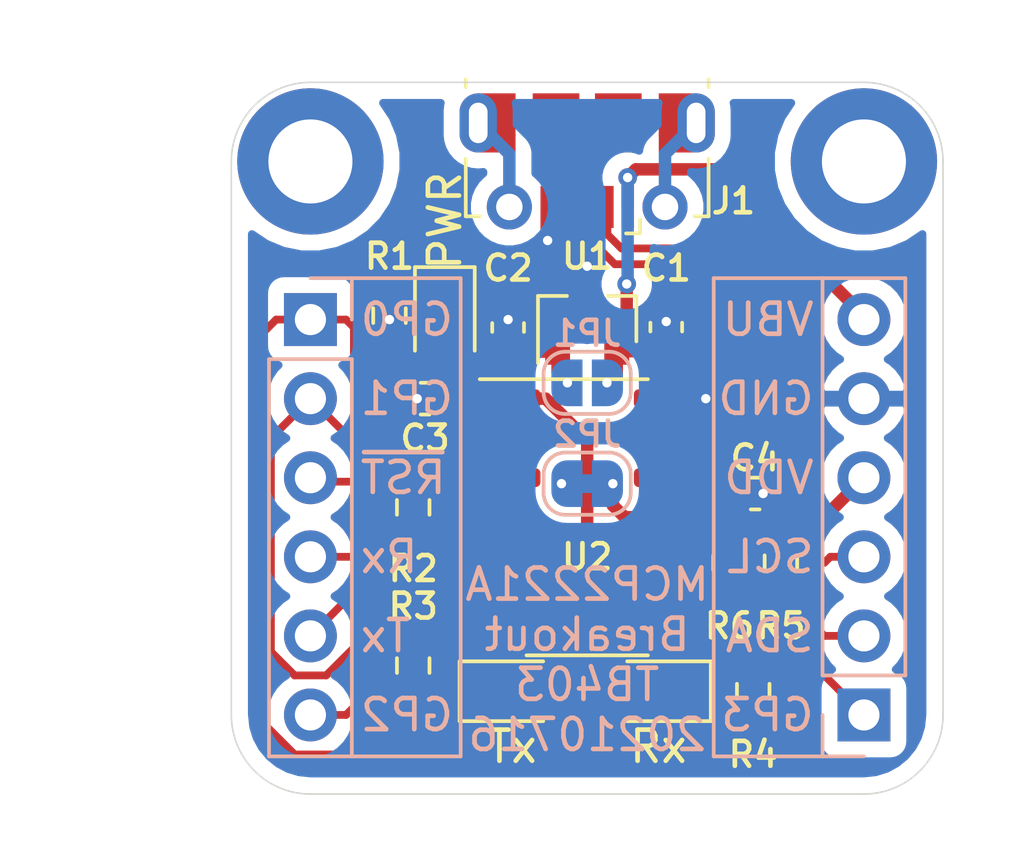
<source format=kicad_pcb>
(kicad_pcb (version 20211014) (generator pcbnew)
  (layers (0 "F.Cu" signal) (31 "B.Cu" signal) (34 "B.Paste" user) (35 "F.Paste" user) (36 "B.SilkS" user "B.Silkscreen") (37 "F.SilkS" user "F.Silkscreen") (38 "B.Mask" user) (39 "F.Mask" user) (44 "Edge.Cuts" user))
  (net 0 "")
  (net 1 "GND")
  (net 2 "VBUS")
  (net 3 "VDD")
  (net 4 "Net-(C4-Pad1)")
  (net 5 "Net-(D1-Pad1)")
  (net 6 "Net-(J1-Pad6)")
  (net 7 "/USB+")
  (net 8 "/USB-")
  (net 9 "/GP2")
  (net 10 "/Tx")
  (net 11 "/Rx")
  (net 12 "/~{RST}")
  (net 13 "/GP1")
  (net 14 "/GP0")
  (net 15 "/SCL")
  (net 16 "/SDA")
  (net 17 "/GP3")
  (net 18 "Net-(D2-Pad1)")
  (net 19 "Net-(D3-Pad1)")
  (footprint "Capacitor_SMD:C_0603_1608Metric" (layer "F.Cu") (at 110.49 51.041 90)
    (fp_text reference "C1" (at 1.892 0) (layer "F.SilkS") (effects (font (size 0.8 0.8))))
    (fp_text value "1u")
    (fp_line (start -0.14058 0.51) (end 0.14058 0.51) (layer "F.SilkS") (width 0.12))
    (fp_line (start -0.14058 -0.51) (end 0.14058 -0.51) (layer "F.SilkS") (width 0.12))
    (pad "1" smd roundrect locked (at -0.775 0 90) (size 0.9 0.95) (layers "F.Cu" "F.Paste" "F.Mask") (net 2 "VBUS"))
    (pad "2" smd roundrect locked (at 0.775 0 90) (size 0.9 0.95) (layers "F.Cu" "F.Paste" "F.Mask") (net 1 "GND"))
  )
  (footprint "Capacitor_SMD:C_0603_1608Metric" (layer "F.Cu") (at 105.41 51.054 90)
    (fp_text reference "C2" (at 1.905 0 180) (layer "F.SilkS") (effects (font (size 0.8 0.8))))
    (fp_text value "1u")
    (fp_line (start -0.14058 0.51) (end 0.14058 0.51) (layer "F.SilkS") (width 0.12))
    (fp_line (start -0.14058 -0.51) (end 0.14058 -0.51) (layer "F.SilkS") (width 0.12))
    (pad "1" smd roundrect locked (at -0.775 0 90) (size 0.9 0.95) (layers "F.Cu" "F.Paste" "F.Mask") (net 3 "VDD"))
    (pad "2" smd roundrect locked (at 0.775 0 90) (size 0.9 0.95) (layers "F.Cu" "F.Paste" "F.Mask") (net 1 "GND"))
  )
  (footprint "Capacitor_SMD:C_0603_1608Metric" (layer "F.Cu") (at 102.743 53.34 180)
    (fp_text reference "C3" (at 0 -1.27) (layer "F.SilkS") (effects (font (size 0.8 0.8))))
    (fp_text value "100n")
    (fp_line (start -0.14058 0.51) (end 0.14058 0.51) (layer "F.SilkS") (width 0.12))
    (fp_line (start -0.14058 -0.51) (end 0.14058 -0.51) (layer "F.SilkS") (width 0.12))
    (pad "1" smd roundrect locked (at -0.775 0 180) (size 0.9 0.95) (layers "F.Cu" "F.Paste" "F.Mask") (net 3 "VDD"))
    (pad "2" smd roundrect locked (at 0.775 0 180) (size 0.9 0.95) (layers "F.Cu" "F.Paste" "F.Mask") (net 1 "GND"))
  )
  (footprint "Capacitor_SMD:C_0603_1608Metric" (layer "F.Cu") (at 113.3475 56.388)
    (fp_text reference "C4" (at 0 -1.143) (layer "F.SilkS") (effects (font (size 0.8 0.8))))
    (fp_text value "NF")
    (fp_line (start -0.14058 -0.51) (end 0.14058 -0.51) (layer "F.SilkS") (width 0.12))
    (fp_line (start -0.14058 0.51) (end 0.14058 0.51) (layer "F.SilkS") (width 0.12))
    (pad "1" smd roundrect locked (at -0.775 0) (size 0.9 0.95) (layers "F.Cu" "F.Paste" "F.Mask") (net 4 "Net-(C4-Pad1)"))
    (pad "2" smd roundrect locked (at 0.775 0) (size 0.9 0.95) (layers "F.Cu" "F.Paste" "F.Mask") (net 1 "GND"))
  )
  (footprint "LED_SMD:LED_0805_2012Metric" (layer "F.Cu") (at 103.378 50.8 -90)
    (fp_text reference "D1" hide)
    (fp_text value "PWR" (at -3.175 0 -90) (layer "F.SilkS"))
    (fp_line (start -1.685 0.96) (end 1 0.96) (layer "F.SilkS") (width 0.12))
    (fp_line (start 1 -0.96) (end -1.685 -0.96) (layer "F.SilkS") (width 0.12))
    (fp_line (start -1.685 -0.96) (end -1.685 0.96) (layer "F.SilkS") (width 0.12))
    (pad "1" smd roundrect locked (at -0.9375 0 270) (size 0.975 1.4) (layers "F.Cu" "F.Paste" "F.Mask") (net 5 "Net-(D1-Pad1)"))
    (pad "2" smd roundrect locked (at 0.9375 0 270) (size 0.975 1.4) (layers "F.Cu" "F.Paste" "F.Mask") (net 3 "VDD"))
  )
  (footprint "Connector_USB:USB_Micro-B_Molex-105017-0001" (layer "F.Cu") (at 107.95 45.72 180)
    (fp_text reference "J1" (at -4.699 -1.27) (layer "F.SilkS") (effects (font (size 0.8 0.8))))
    (fp_text value "USB_B_Micro")
    (fp_line (start 3.9 2.6375) (end 3.9 2.3875) (layer "F.SilkS") (width 0.12))
    (fp_line (start -3.9 -1.7625) (end -3.45 -1.7625) (layer "F.SilkS") (width 0.12))
    (fp_line (start -3.9 2.6375) (end -3.9 2.3875) (layer "F.SilkS") (width 0.12))
    (fp_line (start 3.9 -1.7625) (end 3.45 -1.7625) (layer "F.SilkS") (width 0.12))
    (fp_line (start -3.9 0.0875) (end -3.9 -1.7625) (layer "F.SilkS") (width 0.12))
    (fp_line (start -1.7 -2.3125) (end -1.7 -1.8625) (layer "F.SilkS") (width 0.12))
    (fp_line (start -1.7 -2.3125) (end -1.25 -2.3125) (layer "F.SilkS") (width 0.12))
    (fp_line (start 3.9 0.0875) (end 3.9 -1.7625) (layer "F.SilkS") (width 0.12))
    (pad "1" smd rect locked (at -1.3 -1.4625 180) (size 0.4 1.35) (layers "F.Cu" "F.Paste" "F.Mask") (net 2 "VBUS"))
    (pad "2" smd rect locked (at -0.65 -1.4625 180) (size 0.4 1.35) (layers "F.Cu" "F.Paste" "F.Mask") (net 8 "/USB-"))
    (pad "3" smd rect locked (at 0 -1.4625 180) (size 0.4 1.35) (layers "F.Cu" "F.Paste" "F.Mask") (net 7 "/USB+"))
    (pad "4" smd rect locked (at 0.65 -1.4625 180) (size 0.4 1.35) (layers "F.Cu" "F.Paste" "F.Mask"))
    (pad "5" smd rect locked (at 1.3 -1.4625 180) (size 0.4 1.35) (layers "F.Cu" "F.Paste" "F.Mask") (net 1 "GND"))
    (pad "6" smd rect locked (at -2.9 1.2375 180) (size 1.2 1.9) (layers "F.Cu" "F.Mask") (net 6 "Net-(J1-Pad6)"))
    (pad "6" thru_hole circle locked (at -2.5 -1.4625 180) (size 1.45 1.45) (drill 0.85) (layers *.Cu *.Mask) (net 6 "Net-(J1-Pad6)"))
    (pad "6" smd rect locked (at -1 1.2375 180) (size 1.5 1.9) (layers "F.Cu" "F.Paste" "F.Mask") (net 6 "Net-(J1-Pad6)"))
    (pad "6" thru_hole oval locked (at -3.5 1.2375) (size 1.2 1.9) (drill oval 0.6 1.3) (layers *.Cu *.Mask) (net 6 "Net-(J1-Pad6)"))
    (pad "6" thru_hole circle locked (at 2.5 -1.4625 180) (size 1.45 1.45) (drill 0.85) (layers *.Cu *.Mask) (net 6 "Net-(J1-Pad6)"))
    (pad "6" thru_hole oval locked (at 3.5 1.2375 180) (size 1.2 1.9) (drill oval 0.6 1.3) (layers *.Cu *.Mask) (net 6 "Net-(J1-Pad6)"))
    (pad "6" smd rect locked (at 2.9 1.2375 180) (size 1.2 1.9) (layers "F.Cu" "F.Mask") (net 6 "Net-(J1-Pad6)"))
    (pad "6" smd rect locked (at 1 1.2375 180) (size 1.5 1.9) (layers "F.Cu" "F.Paste" "F.Mask") (net 6 "Net-(J1-Pad6)"))
  )
  (footprint "Resistor_SMD:R_0603_1608Metric" (layer "F.Cu") (at 101.6 50.673 90)
    (fp_text reference "R1" (at 1.905 0) (layer "F.SilkS") (effects (font (size 0.8 0.8))))
    (fp_text value "1k")
    (fp_line (start -0.237258 0.5225) (end 0.237258 0.5225) (layer "F.SilkS") (width 0.12))
    (fp_line (start -0.237258 -0.5225) (end 0.237258 -0.5225) (layer "F.SilkS") (width 0.12))
    (pad "1" smd roundrect locked (at -0.825 0 90) (size 0.8 0.95) (layers "F.Cu" "F.Paste" "F.Mask") (net 1 "GND"))
    (pad "2" smd roundrect locked (at 0.825 0 90) (size 0.8 0.95) (layers "F.Cu" "F.Paste" "F.Mask") (net 5 "Net-(D1-Pad1)"))
  )
  (footprint "Resistor_SMD:R_0603_1608Metric" (layer "F.Cu") (at 102.362 56.832 -90)
    (fp_text reference "R2" (at 1.969 0 180) (layer "F.SilkS") (effects (font (size 0.8 0.8))))
    (fp_text value "10k")
    (fp_line (start -0.237258 -0.5225) (end 0.237258 -0.5225) (layer "F.SilkS") (width 0.12))
    (fp_line (start -0.237258 0.5225) (end 0.237258 0.5225) (layer "F.SilkS") (width 0.12))
    (pad "1" smd roundrect locked (at -0.825 0 270) (size 0.8 0.95) (layers "F.Cu" "F.Paste" "F.Mask") (net 12 "/~{RST}"))
    (pad "2" smd roundrect locked (at 0.825 0 270) (size 0.8 0.95) (layers "F.Cu" "F.Paste" "F.Mask") (net 3 "VDD"))
  )
  (footprint "Resistor_SMD:R_0603_1608Metric" (layer "F.Cu") (at 102.362 61.913 -90)
    (fp_text reference "R3" (at -1.9055 0 180) (layer "F.SilkS") (effects (font (size 0.8 0.8))))
    (fp_text value "1k")
    (fp_line (start -0.237258 -0.5225) (end 0.237258 -0.5225) (layer "F.SilkS") (width 0.12))
    (fp_line (start -0.237258 0.5225) (end 0.237258 0.5225) (layer "F.SilkS") (width 0.12))
    (pad "1" smd roundrect locked (at -0.825 0 270) (size 0.8 0.95) (layers "F.Cu" "F.Paste" "F.Mask") (net 13 "/GP1"))
    (pad "2" smd roundrect locked (at 0.825 0 270) (size 0.8 0.95) (layers "F.Cu" "F.Paste" "F.Mask") (net 18 "Net-(D2-Pad1)"))
  )
  (footprint "Resistor_SMD:R_0603_1608Metric" (layer "F.Cu") (at 113.284 62.738 90)
    (fp_text reference "R4" (at -2.032 0 180) (layer "F.SilkS") (effects (font (size 0.8 0.8))))
    (fp_text value "1k")
    (fp_line (start -0.237258 -0.5225) (end 0.237258 -0.5225) (layer "F.SilkS") (width 0.12))
    (fp_line (start -0.237258 0.5225) (end 0.237258 0.5225) (layer "F.SilkS") (width 0.12))
    (pad "1" smd roundrect locked (at -0.825 0 90) (size 0.8 0.95) (layers "F.Cu" "F.Paste" "F.Mask") (net 14 "/GP0"))
    (pad "2" smd roundrect locked (at 0.825 0 90) (size 0.8 0.95) (layers "F.Cu" "F.Paste" "F.Mask") (net 19 "Net-(D3-Pad1)"))
  )
  (footprint "Package_SO:SOIC-14_3.9x8.7mm_P1.27mm" (layer "F.Cu") (at 107.95 57.15)
    (fp_text reference "U2" (at 0 1.27) (layer "F.SilkS") (effects (font (size 0.8 0.8))))
    (fp_text value "MCP2221AxSL")
    (fp_line (start 0 -4.435) (end 1.95 -4.435) (layer "F.SilkS") (width 0.12))
    (fp_line (start 0 -4.435) (end -3.45 -4.435) (layer "F.SilkS") (width 0.12))
    (fp_line (start 0 4.435) (end -1.95 4.435) (layer "F.SilkS") (width 0.12))
    (fp_line (start 0 4.435) (end 1.95 4.435) (layer "F.SilkS") (width 0.12))
    (pad "1" smd roundrect locked (at -2.475 -3.81) (size 1.95 0.6) (layers "F.Cu" "F.Paste" "F.Mask") (net 3 "VDD"))
    (pad "2" smd roundrect locked (at -2.475 -2.54) (size 1.95 0.6) (layers "F.Cu" "F.Paste" "F.Mask") (net 14 "/GP0"))
    (pad "3" smd roundrect locked (at -2.475 -1.27) (size 1.95 0.6) (layers "F.Cu" "F.Paste" "F.Mask") (net 13 "/GP1"))
    (pad "4" smd roundrect locked (at -2.475 0) (size 1.95 0.6) (layers "F.Cu" "F.Paste" "F.Mask") (net 12 "/~{RST}"))
    (pad "5" smd roundrect locked (at -2.475 1.27) (size 1.95 0.6) (layers "F.Cu" "F.Paste" "F.Mask") (net 11 "/Rx"))
    (pad "6" smd roundrect locked (at -2.475 2.54) (size 1.95 0.6) (layers "F.Cu" "F.Paste" "F.Mask") (net 10 "/Tx"))
    (pad "7" smd roundrect locked (at -2.475 3.81) (size 1.95 0.6) (layers "F.Cu" "F.Paste" "F.Mask") (net 9 "/GP2"))
    (pad "8" smd roundrect locked (at 2.475 3.81) (size 1.95 0.6) (layers "F.Cu" "F.Paste" "F.Mask") (net 17 "/GP3"))
    (pad "9" smd roundrect locked (at 2.475 2.54) (size 1.95 0.6) (layers "F.Cu" "F.Paste" "F.Mask") (net 16 "/SDA"))
    (pad "10" smd roundrect locked (at 2.475 1.27) (size 1.95 0.6) (layers "F.Cu" "F.Paste" "F.Mask") (net 15 "/SCL"))
    (pad "11" smd roundrect locked (at 2.475 0) (size 1.95 0.6) (layers "F.Cu" "F.Paste" "F.Mask") (net 4 "Net-(C4-Pad1)"))
    (pad "12" smd roundrect locked (at 2.475 -1.27) (size 1.95 0.6) (layers "F.Cu" "F.Paste" "F.Mask") (net 8 "/USB-"))
    (pad "13" smd roundrect locked (at 2.475 -2.54) (size 1.95 0.6) (layers "F.Cu" "F.Paste" "F.Mask") (net 7 "/USB+"))
    (pad "14" smd roundrect locked (at 2.475 -3.81) (size 1.95 0.6) (layers "F.Cu" "F.Paste" "F.Mask") (net 1 "GND"))
  )
  (footprint "LED_SMD:LED_0805_2012Metric" (layer "F.Cu") (at 110.236 62.738 180)
    (fp_text reference "D3" hide)
    (fp_text value "Rx" (at 0 -1.778) (layer "F.SilkS"))
    (fp_line (start -1.685 0.96) (end 1 0.96) (layer "F.SilkS") (width 0.12))
    (fp_line (start -1.685 -0.96) (end -1.685 0.96) (layer "F.SilkS") (width 0.12))
    (fp_line (start 1 -0.96) (end -1.685 -0.96) (layer "F.SilkS") (width 0.12))
    (pad "1" smd roundrect locked (at -0.9375 0 180) (size 0.975 1.4) (layers "F.Cu" "F.Paste" "F.Mask") (net 19 "Net-(D3-Pad1)"))
    (pad "2" smd roundrect locked (at 0.9375 0 180) (size 0.975 1.4) (layers "F.Cu" "F.Paste" "F.Mask") (net 3 "VDD"))
  )
  (footprint "Fiducial:Fiducial_1mm_Mask2mm" (layer "F.Cu") (at 102.489 44.45)
    (fp_text reference "FID1" hide)
    (fp_text value "Fiducial")
    (pad "" smd circle locked (at 0 0) (size 1 1) (layers "F.Cu" "F.Mask") (clearance 0.5))
  )
  (footprint "Fiducial:Fiducial_1mm_Mask2mm" (layer "F.Cu") (at 113.411 44.45)
    (fp_text reference "FID2" hide)
    (fp_text value "Fiducial")
    (pad "" smd circle locked (at 0 0) (size 1 1) (layers "F.Cu" "F.Mask") (clearance 0.5))
  )
  (footprint "Fiducial:Fiducial_1mm_Mask2mm" (layer "F.Cu") (at 107.8865 64.77)
    (fp_text reference "FID3" hide)
    (fp_text value "Fiducial")
    (pad "" smd circle locked (at 0 0) (size 1 1) (layers "F.Cu" "F.Mask") (clearance 0.5))
  )
  (footprint "MountingHole:MountingHole_2.7mm_M2.5_DIN965_Pad" (layer "F.Cu") (at 99.06 45.72)
    (fp_text reference "H1" hide)
    (fp_text value "MountingHole")
    (pad "1" thru_hole circle locked (at 0 0) (size 4.7 4.7) (drill 2.7) (layers *.Cu *.Mask))
  )
  (footprint "Resistor_SMD:R_0603_1608Metric" (layer "F.Cu") (at 112.522 58.61 90)
    (fp_text reference "R6" (at -2.032 0 180) (layer "F.SilkS") (effects (font (size 0.8 0.8))))
    (fp_text value "4k7")
    (fp_line (start -0.237258 0.5225) (end 0.237258 0.5225) (layer "F.SilkS") (width 0.12))
    (fp_line (start -0.237258 -0.5225) (end 0.237258 -0.5225) (layer "F.SilkS") (width 0.12))
    (pad "1" smd roundrect locked (at -0.825 0 90) (size 0.8 0.95) (layers "F.Cu" "F.Paste" "F.Mask") (net 15 "/SCL"))
    (pad "2" smd roundrect locked (at 0.825 0 90) (size 0.8 0.95) (layers "F.Cu" "F.Paste" "F.Mask") (net 3 "VDD"))
  )
  (footprint "Resistor_SMD:R_0603_1608Metric" (layer "F.Cu") (at 114.173 58.61 90)
    (fp_text reference "R5" (at -2.032 0 180) (layer "F.SilkS") (effects (font (size 0.8 0.8))))
    (fp_text value "4k7")
    (fp_line (start -0.237258 -0.5225) (end 0.237258 -0.5225) (layer "F.SilkS") (width 0.12))
    (fp_line (start -0.237258 0.5225) (end 0.237258 0.5225) (layer "F.SilkS") (width 0.12))
    (pad "1" smd roundrect locked (at -0.825 0 90) (size 0.8 0.95) (layers "F.Cu" "F.Paste" "F.Mask") (net 16 "/SDA"))
    (pad "2" smd roundrect locked (at 0.825 0 90) (size 0.8 0.95) (layers "F.Cu" "F.Paste" "F.Mask") (net 3 "VDD"))
  )
  (footprint "Package_TO_SOT_SMD:SOT-23" (layer "F.Cu") (at 107.95 50.8 90)
    (fp_text reference "U1" (at 2.032 0 180) (layer "F.SilkS") (effects (font (size 0.8 0.8))))
    (fp_text value "MCP1812AT-033_TT")
    (fp_line (start 0.76 -1.58) (end 0.76 -0.65) (layer "F.SilkS") (width 0.12))
    (fp_line (start 0.76 1.58) (end -0.7 1.58) (layer "F.SilkS") (width 0.12))
    (fp_line (start 0.76 -1.58) (end -1.4 -1.58) (layer "F.SilkS") (width 0.12))
    (fp_line (start 0.76 1.58) (end 0.76 0.65) (layer "F.SilkS") (width 0.12))
    (pad "1" smd rect locked (at -1 -0.95 90) (size 0.9 0.8) (layers "F.Cu" "F.Paste" "F.Mask") (net 3 "VDD"))
    (pad "2" smd rect locked (at -1 0.95 90) (size 0.9 0.8) (layers "F.Cu" "F.Paste" "F.Mask") (net 2 "VBUS"))
    (pad "3" smd rect locked (at 1 0 90) (size 0.9 0.8) (layers "F.Cu" "F.Paste" "F.Mask") (net 1 "GND"))
  )
  (footprint "LED_SMD:LED_0805_2012Metric" (layer "F.Cu") (at 105.537 62.738)
    (fp_text reference "D2" hide)
    (fp_text value "Tx" (at 0 1.778) (layer "F.SilkS"))
    (fp_line (start -1.685 -0.96) (end -1.685 0.96) (layer "F.SilkS") (width 0.12))
    (fp_line (start -1.685 0.96) (end 1 0.96) (layer "F.SilkS") (width 0.12))
    (fp_line (start 1 -0.96) (end -1.685 -0.96) (layer "F.SilkS") (width 0.12))
    (pad "1" smd roundrect locked (at -0.9375 0) (size 0.975 1.4) (layers "F.Cu" "F.Paste" "F.Mask") (net 18 "Net-(D2-Pad1)"))
    (pad "2" smd roundrect locked (at 0.9375 0) (size 0.975 1.4) (layers "F.Cu" "F.Paste" "F.Mask") (net 3 "VDD"))
  )
  (footprint "MountingHole:MountingHole_2.7mm_M2.5_DIN965_Pad" (layer "F.Cu") (at 116.84 45.72)
    (fp_text reference "H2" hide)
    (fp_text value "MountingHole")
    (pad "1" thru_hole circle locked (at 0 0) (size 4.7 4.7) (drill 2.7) (layers *.Cu *.Mask))
  )
  (footprint "Jumper:SolderJumper-2_P1.3mm_Bridged_RoundedPad1.0x1.5mm" (layer "B.Cu") (at 107.95 56.0705)
    (fp_text reference "JP2" (at 0 -1.5875) (layer "B.SilkS") (effects (font (size 0.8 0.8)) (justify mirror)))
    (fp_text value "VUSB_BRIDGE" hide)
    (fp_poly (pts (xy 0.25 0.3) (xy -0.25 0.3) (xy -0.25 -0.3) (xy 0.25 -0.3)) (layer "B.Cu") (width 0) (fill solid))
    (fp_line (start 0.7 -1) (end -0.7 -1) (layer "B.SilkS") (width 0.12))
    (fp_line (start -0.7 1) (end 0.7 1) (layer "B.SilkS") (width 0.12))
    (fp_line (start 1.4 0.3) (end 1.4 -0.3) (layer "B.SilkS") (width 0.12))
    (fp_line (start -1.4 -0.3) (end -1.4 0.3) (layer "B.SilkS") (width 0.12))
    (fp_arc (start 1.4 0.3) (mid 1.194975 0.794975) (end 0.7 1) (layer "B.SilkS") (width 0.12))
    (fp_arc (start -1.4 -0.3) (mid -1.194975 -0.794975) (end -0.7 -1) (layer "B.SilkS") (width 0.12))
    (fp_arc (start -0.7 1) (mid -1.194975 0.794975) (end -1.4 0.3) (layer "B.SilkS") (width 0.12))
    (fp_arc (start 0.7 -1) (mid 1.194975 -0.794975) (end 1.4 -0.3) (layer "B.SilkS") (width 0.12))
    (pad "1" smd custom locked (at -0.65 0) (size 1 0.5) (layers "B.Cu" "B.Mask") (net 3 "VDD") (options (clearance outline) (anchor rect)) (primitives (gr_circle (center 0 -0.25) (end 0.5 -0.25) (width 0) (fill yes)) (gr_circle (center 0 0.25) (end 0.5 0.25) (width 0) (fill yes)) (gr_poly (pts (xy 0 0.75) (xy 0.5 0.75) (xy 0.5 -0.75) (xy 0 -0.75)) (width 0) (fill yes))))
    (pad "2" smd custom locked (at 0.65 0) (size 1 0.5) (layers "B.Cu" "B.Mask") (net 4 "Net-(C4-Pad1)") (options (clearance outline) (anchor rect)) (primitives (gr_circle (center 0 -0.25) (end 0.5 -0.25) (width 0) (fill yes)) (gr_circle (center 0 0.25) (end 0.5 0.25) (width 0) (fill yes)) (gr_poly (pts (xy 0 0.75) (xy -0.5 0.75) (xy -0.5 -0.75) (xy 0 -0.75)) (width 0) (fill yes))))
  )
  (footprint "Connector_PinHeader_2.54mm:PinHeader_1x06_P2.54mm_Vertical" (layer "B.Cu") (at 99.06 50.8 180)
    (fp_text reference "J2" hide)
    (fp_text value "LEFT" hide)
    (fp_line (start -1.33 -14.03) (end 1.33 -14.03) (layer "B.SilkS") (width 0.12))
    (fp_line (start -1.33 1.33) (end 0 1.33) (layer "B.SilkS") (width 0.12))
    (fp_line (start -1.33 -1.27) (end -1.33 -14.03) (layer "B.SilkS") (width 0.12))
    (fp_line (start -1.33 0) (end -1.33 1.33) (layer "B.SilkS") (width 0.12))
    (fp_line (start -1.33 -1.27) (end 1.33 -1.27) (layer "B.SilkS") (width 0.12))
    (fp_line (start 1.33 -1.27) (end 1.33 -14.03) (layer "B.SilkS") (width 0.12))
    (pad "1" thru_hole rect locked (at 0 0 180) (size 1.7 1.7) (drill 1) (layers *.Cu *.Mask) (net 14 "/GP0"))
    (pad "2" thru_hole oval locked (at 0 -2.54 180) (size 1.7 1.7) (drill 1) (layers *.Cu *.Mask) (net 13 "/GP1"))
    (pad "3" thru_hole oval locked (at 0 -5.08 180) (size 1.7 1.7) (drill 1) (layers *.Cu *.Mask) (net 12 "/~{RST}"))
    (pad "4" thru_hole oval locked (at 0 -7.62 180) (size 1.7 1.7) (drill 1) (layers *.Cu *.Mask) (net 11 "/Rx"))
    (pad "5" thru_hole oval locked (at 0 -10.16 180) (size 1.7 1.7) (drill 1) (layers *.Cu *.Mask) (net 10 "/Tx"))
    (pad "6" thru_hole oval locked (at 0 -12.7 180) (size 1.7 1.7) (drill 1) (layers *.Cu *.Mask) (net 9 "/GP2"))
  )
  (footprint "Connector_PinHeader_2.54mm:PinHeader_1x06_P2.54mm_Vertical" (layer "B.Cu") (at 116.84 63.5)
    (fp_text reference "J3" hide)
    (fp_text value "RIGHT" hide)
    (fp_line (start -1.33 -1.27) (end -1.33 -14.03) (layer "B.SilkS") (width 0.12))
    (fp_line (start 1.33 -1.27) (end 1.33 -14.03) (layer "B.SilkS") (width 0.12))
    (fp_line (start -1.33 -14.03) (end 1.33 -14.03) (layer "B.SilkS") (width 0.12))
    (fp_line (start -1.33 1.33) (end 0 1.33) (layer "B.SilkS") (width 0.12))
    (fp_line (start -1.33 0) (end -1.33 1.33) (layer "B.SilkS") (width 0.12))
    (fp_line (start -1.33 -1.27) (end 1.33 -1.27) (layer "B.SilkS") (width 0.12))
    (pad "1" thru_hole rect locked (at 0 0) (size 1.7 1.7) (drill 1) (layers *.Cu *.Mask) (net 17 "/GP3"))
    (pad "2" thru_hole oval locked (at 0 -2.54) (size 1.7 1.7) (drill 1) (layers *.Cu *.Mask) (net 16 "/SDA"))
    (pad "3" thru_hole oval locked (at 0 -5.08) (size 1.7 1.7) (drill 1) (layers *.Cu *.Mask) (net 15 "/SCL"))
    (pad "4" thru_hole oval locked (at 0 -7.62) (size 1.7 1.7) (drill 1) (layers *.Cu *.Mask) (net 3 "VDD"))
    (pad "5" thru_hole oval locked (at 0 -10.16) (size 1.7 1.7) (drill 1) (layers *.Cu *.Mask) (net 1 "GND"))
    (pad "6" thru_hole oval locked (at 0 -12.7) (size 1.7 1.7) (drill 1) (layers *.Cu *.Mask) (net 2 "VBUS"))
  )
  (footprint "Jumper:SolderJumper-2_P1.3mm_Open_RoundedPad1.0x1.5mm" (layer "B.Cu") (at 107.95 52.832 180)
    (fp_text reference "JP1" (at 0 1.5875 180) (layer "B.SilkS") (effects (font (size 0.8 0.8)) (justify mirror)))
    (fp_text value "PWR_BRIDGE" hide)
    (fp_line (start -1.4 -0.3) (end -1.4 0.3) (layer "B.SilkS") (width 0.12))
    (fp_line (start 0.7 -1) (end -0.7 -1) (layer "B.SilkS") (width 0.12))
    (fp_line (start 1.4 0.3) (end 1.4 -0.3) (layer "B.SilkS") (width 0.12))
    (fp_line (start -0.7 1) (end 0.7 1) (layer "B.SilkS") (width 0.12))
    (fp_arc (start -0.7 1) (mid -1.194975 0.794975) (end -1.4 0.3) (layer "B.SilkS") (width 0.12))
    (fp_arc (start -1.4 -0.3) (mid -1.194975 -0.794975) (end -0.7 -1) (layer "B.SilkS") (width 0.12))
    (fp_arc (start 0.7 -1) (mid 1.194975 -0.794975) (end 1.4 -0.3) (layer "B.SilkS") (width 0.12))
    (fp_arc (start 1.4 0.3) (mid 1.194975 0.794975) (end 0.7 1) (layer "B.SilkS") (width 0.12))
    (pad "1" smd custom locked (at -0.65 0 180) (size 1 0.5) (layers "B.Cu" "B.Mask") (net 2 "VBUS") (options (clearance outline) (anchor rect)) (primitives (gr_circle (center 0 -0.25) (end 0.5 -0.25) (width 0) (fill yes)) (gr_circle (center 0 0.25) (end 0.5 0.25) (width 0) (fill yes)) (gr_poly (pts (xy 0 0.75) (xy 0.5 0.75) (xy 0.5 -0.75) (xy 0 -0.75)) (width 0) (fill yes))))
    (pad "2" smd custom locked (at 0.65 0 180) (size 1 0.5) (layers "B.Cu" "B.Mask") (net 3 "VDD") (options (clearance outline) (anchor rect)) (primitives (gr_circle (center 0 -0.25) (end 0.5 -0.25) (width 0) (fill yes)) (gr_circle (center 0 0.25) (end 0.5 0.25) (width 0) (fill yes)) (gr_poly (pts (xy 0 0.75) (xy -0.5 0.75) (xy -0.5 -0.75) (xy 0 -0.75)) (width 0) (fill yes))))
  )
  (gr_line (start 103.886 49.47) (end 103.886 64.83) (layer "B.SilkS") (width 0.12))
  (gr_line (start 100.39 64.83) (end 103.886 64.83) (layer "B.SilkS") (width 0.12))
  (gr_line (start 115.51 49.47) (end 112.014 49.47) (layer "B.SilkS") (width 0.12))
  (gr_line (start 100.39 49.47) (end 103.886 49.47) (layer "B.SilkS") (width 0.12))
  (gr_line (start 112.014 49.47) (end 112.014 64.83) (layer "B.SilkS") (width 0.12))
  (gr_line (start 112.014 64.83) (end 115.51 64.83) (layer "B.SilkS") (width 0.12))
  (gr_line (start 116.84 43.18) (end 99.06 43.18) (layer "Edge.Cuts") (width 0.05))
  (gr_line (start 96.52 45.72) (end 96.52 63.5) (layer "Edge.Cuts") (width 0.05))
  (gr_line (start 99.06 66.04) (end 116.84 66.04) (layer "Edge.Cuts") (width 0.05))
  (gr_line (start 119.38 63.5) (end 119.38 45.72) (layer "Edge.Cuts") (width 0.05))
  (gr_arc (start 116.84 43.18) (mid 118.636051 43.923949) (end 119.38 45.72) (layer "Edge.Cuts") (width 0.05))
  (gr_arc (start 119.38 63.5) (mid 118.636051 65.296051) (end 116.84 66.04) (layer "Edge.Cuts") (width 0.05))
  (gr_arc (start 99.06 66.04) (mid 97.263949 65.296051) (end 96.52 63.5) (layer "Edge.Cuts") (width 0.05))
  (gr_arc (start 96.52 45.72) (mid 97.263949 43.923949) (end 99.06 43.18) (layer "Edge.Cuts") (width 0.05))
  (gr_text "SCL" (at 115.316 58.42) (layer "B.SilkS") (effects (font (size 1 1)) (justify left mirror)))
  (gr_text "VDD" (at 115.316 55.88) (layer "B.SilkS") (effects (font (size 1 1)) (justify left mirror)))
  (gr_text "MCP2221A\nBreakout\nTB403\n20210716" (at 107.95 61.722) (layer "B.SilkS") (effects (font (size 1 1)) (justify mirror)))
  (gr_text "VBU" (at 115.316 50.8) (layer "B.SilkS") (effects (font (size 1 1)) (justify left mirror)))
  (gr_text "GP1" (at 100.584 53.34) (layer "B.SilkS") (effects (font (size 1 1)) (justify right mirror)))
  (gr_text "Rx" (at 100.584 58.42) (layer "B.SilkS") (effects (font (size 1 1)) (justify right mirror)))
  (gr_text "GP3" (at 115.316 63.5) (layer "B.SilkS") (effects (font (size 1 1)) (justify left mirror)))
  (gr_text "~{RST}" (at 100.584 55.88) (layer "B.SilkS") (effects (font (size 1 1)) (justify right mirror)))
  (gr_text "GP2" (at 100.584 63.5) (layer "B.SilkS") (effects (font (size 1 1)) (justify right mirror)))
  (gr_text "Tx" (at 100.584 60.96) (layer "B.SilkS") (effects (font (size 1 1)) (justify right mirror)))
  (gr_text "GND" (at 115.316 53.34) (layer "B.SilkS") (effects (font (size 1 1)) (justify left mirror)))
  (gr_text "SDA" (at 115.316 60.96) (layer "B.SilkS") (effects (font (size 1 1)) (justify left mirror)))
  (gr_text "GP0" (at 100.584 50.8) (layer "B.SilkS") (effects (font (size 1 1)) (justify right mirror)))
  (segment (start 105.41 50.279) (end 105.41 50.79999) (width 0.4) (layer "F.Cu") (net 1))
  (segment (start 101.6 51.498) (end 101.6 50.8) (width 0.2) (layer "F.Cu") (net 1))
  (segment (start 106.65 47.1825) (end 106.65 48.23) (width 0.4) (layer "F.Cu") (net 1))
  (segment (start 105.41 50.79999) (end 105.410005 50.799995) (width 0.4) (layer "F.Cu") (net 1))
  (segment (start 107.95 49.8) (end 107.95 49.0855) (width 0.25) (layer "F.Cu") (net 1))
  (segment (start 101.968 53.34) (end 102.489 53.34) (width 0.4) (layer "F.Cu") (net 1))
  (segment (start 110.425 53.34) (end 111.76 53.34) (width 0.4) (layer "F.Cu") (net 1))
  (segment (start 110.49 50.266) (end 110.49 50.863502) (width 0.4) (layer "F.Cu") (net 1))
  (segment (start 106.65 48.23) (end 106.68 48.26) (width 0.4) (layer "F.Cu") (net 1))
  (segment (start 114.1225 56.388) (end 113.6015 56.388) (width 0.25) (layer "F.Cu") (net 1))
  (via (at 106.68 48.26) (size 0.6) (drill 0.3) (layers "F.Cu" "B.Cu") (net 1))
  (via (at 107.95 49.0855) (size 0.6) (drill 0.3) (layers "F.Cu" "B.Cu") (net 1))
  (via (at 110.49 50.863502) (size 0.6) (drill 0.3) (layers "F.Cu" "B.Cu") (net 1))
  (via (at 113.6015 56.388) (size 0.6) (drill 0.3) (layers "F.Cu" "B.Cu") (net 1))
  (via (at 101.6 50.8) (size 0.6) (drill 0.3) (layers "F.Cu" "B.Cu") (net 1))
  (via (at 111.76 53.34) (size 0.6) (drill 0.3) (layers "F.Cu" "B.Cu") (net 1))
  (via (at 102.489 53.34) (size 0.6) (drill 0.3) (layers "F.Cu" "B.Cu") (net 1))
  (via (at 105.410005 50.799995) (size 0.6) (drill 0.3) (layers "F.Cu" "B.Cu") (net 1))
  (segment (start 109.25 46.237498) (end 109.513498 45.974) (width 0.4) (layer "F.Cu") (net 2))
  (segment (start 116.84 50.673) (end 116.84 50.8) (width 0.4) (layer "F.Cu") (net 2))
  (segment (start 109.25 47.1825) (end 109.25 46.237498) (width 0.4) (layer "F.Cu") (net 2))
  (segment (start 109.601 51.816) (end 108.916 51.816) (width 0.4) (layer "F.Cu") (net 2))
  (segment (start 112.141 45.974) (end 116.84 50.673) (width 0.4) (layer "F.Cu") (net 2))
  (segment (start 108.916 51.816) (end 108.9 51.8) (width 0.4) (layer "F.Cu") (net 2))
  (segment (start 116.825 50.785) (end 116.84 50.8) (width 0.4) (layer "F.Cu") (net 2))
  (segment (start 108.9 52.517004) (end 108.585004 52.832) (width 0.4) (layer "F.Cu") (net 2))
  (segment (start 109.22 50.7365) (end 108.9 51.0565) (width 0.4) (layer "F.Cu") (net 2))
  (segment (start 108.9 51.0565) (end 108.9 51.8) (width 0.4) (layer "F.Cu") (net 2))
  (segment (start 110.49 51.816) (end 109.601 51.816) (width 0.4) (layer "F.Cu") (net 2))
  (segment (start 109.22 49.657) (end 109.22 50.7365) (width 0.4) (layer "F.Cu") (net 2))
  (segment (start 108.9 51.8) (end 108.9 52.517004) (width 0.4) (layer "F.Cu") (net 2))
  (segment (start 109.513498 45.974) (end 112.141 45.974) (width 0.4) (layer "F.Cu") (net 2))
  (via (at 109.25 46.237498) (size 0.6) (drill 0.3) (layers "F.Cu" "B.Cu") (net 2))
  (via (at 109.22 49.657) (size 0.6) (drill 0.3) (layers "F.Cu" "B.Cu") (net 2))
  (via (at 108.585004 52.832) (size 0.6) (drill 0.3) (layers "F.Cu" "B.Cu") (net 2))
  (segment (start 109.25 49.627) (end 109.22 49.657) (width 0.4) (layer "B.Cu") (net 2))
  (segment (start 109.25 46.237498) (end 109.25 49.627) (width 0.4) (layer "B.Cu") (net 2))
  (segment (start 105.41 51.829) (end 103.477 51.829) (width 0.25) (layer "F.Cu") (net 3))
  (segment (start 103.378 51.7375) (end 103.378 51.547) (width 0.25) (layer "F.Cu") (net 3))
  (segment (start 107 51.8) (end 106.971 51.829) (width 0.4) (layer "F.Cu") (net 3))
  (segment (start 107 51.8) (end 107 52.517078) (width 0.4) (layer "F.Cu") (net 3))
  (segment (start 112.522 57.785) (end 114.173 57.785) (width 0.4) (layer "F.Cu") (net 3))
  (segment (start 105.41 51.829) (end 105.41 53.275) (width 0.4) (layer "F.Cu") (net 3))
  (segment (start 107.1245 56.0705) (end 107.8865 56.0705) (width 0.4) (layer "F.Cu") (net 3))
  (segment (start 106.971 51.829) (end 105.41 51.829) (width 0.4) (layer "F.Cu") (net 3))
  (segment (start 104.013 57.785) (end 103.886 57.658) (width 0.25) (layer "F.Cu") (net 3))
  (segment (start 107.95 57.785) (end 106.6165 57.785) (width 0.4) (layer "F.Cu") (net 3))
  (segment (start 106.4745 62.738) (end 109.2985 62.738) (width 0.4) (layer "F.Cu") (net 3))
  (segment (start 103.886 57.658) (end 102.363 57.658) (width 0.25) (layer "F.Cu") (net 3))
  (segment (start 111.5695 57.785) (end 112.522 57.785) (width 0.4) (layer "F.Cu") (net 3))
  (segment (start 116.75101 55.96899) (end 116.84 55.88) (width 0.25) (layer "F.Cu") (net 3))
  (segment (start 114.935 57.785) (end 116.84 55.88) (width 0.4) (layer "F.Cu") (net 3))
  (segment (start 114.173 57.785) (end 114.935 57.785) (width 0.4) (layer "F.Cu") (net 3))
  (segment (start 107.95 56.007) (end 107.95 57.785) (width 0.4) (layer "F.Cu") (net 3))
  (segment (start 102.363 57.658) (end 102.362 57.657) (width 0.25) (layer "F.Cu") (net 3))
  (segment (start 107.95 57.785) (end 109.2835 57.785) (width 0.4) (layer "F.Cu") (net 3))
  (segment (start 107 52.517078) (end 107.314922 52.832) (width 0.4) (layer "F.Cu") (net 3))
  (segment (start 107.8865 56.0705) (end 107.95 56.007) (width 0.4) (layer "F.Cu") (net 3))
  (segment (start 107.95 57.785) (end 107.95 58.166) (width 0.4) (layer "F.Cu") (net 3))
  (segment (start 106.6165 53.34) (end 107.95 54.6735) (width 0.4) (layer "F.Cu") (net 3))
  (segment (start 107.95 57.785) (end 104.013 57.785) (width 0.25) (layer "F.Cu") (net 3))
  (segment (start 107.95 58.166) (end 107.95 62.738) (width 0.4) (layer "F.Cu") (net 3))
  (segment (start 103.477 51.6385) (end 103.378 51.7375) (width 0.25) (layer "F.Cu") (net 3))
  (segment (start 105.41 53.275) (end 105.475 53.34) (width 0.4) (layer "F.Cu") (net 3))
  (segment (start 105.475 53.34) (end 106.6165 53.34) (width 0.4) (layer "F.Cu") (net 3))
  (segment (start 111.5695 57.785) (end 109.2835 57.785) (width 0.25) (layer "F.Cu") (net 3))
  (segment (start 107.95 54.6735) (end 107.95 56.007) (width 0.4) (layer "F.Cu") (net 3))
  (segment (start 103.518 53.34) (end 105.475 53.34) (width 0.4) (layer "F.Cu") (net 3))
  (via (at 107.1245 56.0705) (size 0.6) (drill 0.3) (layers "F.Cu" "B.Cu") (net 3))
  (via (at 107.314922 52.832) (size 0.6) (drill 0.3) (layers "F.Cu" "B.Cu") (net 3))
  (segment (start 111.8105 57.15) (end 112.5725 56.388) (width 0.4) (layer "F.Cu") (net 4))
  (segment (start 108.7755 56.769) (end 108.7755 56.0705) (width 0.4) (layer "F.Cu") (net 4))
  (segment (start 110.425 57.15) (end 109.1565 57.15) (width 0.4) (layer "F.Cu") (net 4))
  (segment (start 110.425 57.15) (end 111.8105 57.15) (width 0.4) (layer "F.Cu") (net 4))
  (segment (start 109.1565 57.15) (end 108.7755 56.769) (width 0.4) (layer "F.Cu") (net 4))
  (via (at 108.7755 56.0705) (size 0.6) (drill 0.3) (layers "F.Cu" "B.Cu") (net 4))
  (segment (start 101.6145 49.8625) (end 101.6 49.848) (width 0.25) (layer "F.Cu") (net 5))
  (segment (start 103.378 49.8625) (end 101.6145 49.8625) (width 0.25) (layer "F.Cu") (net 5))
  (segment (start 110.85 44.4825) (end 104.45 44.4825) (width 0.4) (layer "F.Cu") (net 6))
  (segment (start 105.45 44.8825) (end 105.05 44.4825) (width 0.4) (layer "F.Cu") (net 6))
  (segment (start 110.45 44.8825) (end 110.85 44.4825) (width 0.4) (layer "F.Cu") (net 6))
  (segment (start 110.45 47.1825) (end 110.45 45.4825) (width 0.4) (layer "B.Cu") (net 6))
  (segment (start 110.45 45.4825) (end 111.45 44.4825) (width 0.4) (layer "B.Cu") (net 6))
  (segment (start 105.45 47.1825) (end 105.45 45.4825) (width 0.4) (layer "B.Cu") (net 6))
  (segment (start 105.45 45.4825) (end 104.45 44.4825) (width 0.4) (layer "B.Cu") (net 6))
  (segment (start 111.125 49.022) (end 112.395 50.292) (width 0.25) (layer "F.Cu") (net 7))
  (segment (start 108.839 49.022) (end 111.125 49.022) (width 0.25) (layer "F.Cu") (net 7))
  (segment (start 112.395 54.737) (end 112.141 54.991) (width 0.25) (layer "F.Cu") (net 7))
  (segment (start 112.141 54.991) (end 111.887 54.991) (width 0.25) (layer "F.Cu") (net 7))
  (segment (start 111.887 54.991) (end 111.506 54.61) (width 0.25) (layer "F.Cu") (net 7))
  (segment (start 112.395 50.292) (end 112.395 54.737) (width 0.25) (layer "F.Cu") (net 7))
  (segment (start 111.506 54.61) (end 110.425 54.61) (width 0.25) (layer "F.Cu") (net 7))
  (segment (start 107.95 48.133) (end 108.839 49.022) (width 0.25) (layer "F.Cu") (net 7))
  (segment (start 107.95 47.1825) (end 107.95 48.133) (width 0.25) (layer "F.Cu") (net 7))
  (segment (start 111.506 55.88) (end 111.887 55.499) (width 0.25) (layer "F.Cu") (net 8))
  (segment (start 112.903 54.991) (end 112.903 50.038) (width 0.25) (layer "F.Cu") (net 8))
  (segment (start 109.04975 48.514) (end 108.6 48.06425) (width 0.25) (layer "F.Cu") (net 8))
  (segment (start 111.379 48.514) (end 109.04975 48.514) (width 0.25) (layer "F.Cu") (net 8))
  (segment (start 112.395 55.499) (end 112.903 54.991) (width 0.25) (layer "F.Cu") (net 8))
  (segment (start 112.903 50.038) (end 111.379 48.514) (width 0.25) (layer "F.Cu") (net 8))
  (segment (start 111.887 55.499) (end 112.395 55.499) (width 0.25) (layer "F.Cu") (net 8))
  (segment (start 108.6 48.06425) (end 108.6 47.1825) (width 0.25) (layer "F.Cu") (net 8))
  (segment (start 110.425 55.88) (end 111.506 55.88) (width 0.25) (layer "F.Cu") (net 8))
  (segment (start 100.203 63.5) (end 99.06 63.5) (width 0.25) (layer "F.Cu") (net 9))
  (segment (start 103.886 60.96) (end 102.9335 61.9125) (width 0.25) (layer "F.Cu") (net 9))
  (segment (start 101.7905 61.9125) (end 100.203 63.5) (width 0.25) (layer "F.Cu") (net 9))
  (segment (start 102.9335 61.9125) (end 101.7905 61.9125) (width 0.25) (layer "F.Cu") (net 9))
  (segment (start 105.475 60.96) (end 103.886 60.96) (width 0.25) (layer "F.Cu") (net 9))
  (segment (start 105.475 59.69) (end 100.33 59.69) (width 0.25) (layer "F.Cu") (net 10))
  (segment (start 100.33 59.69) (end 99.06 60.96) (width 0.25) (layer "F.Cu") (net 10))
  (segment (start 105.475 58.42) (end 99.06 58.42) (width 0.25) (layer "F.Cu") (net 11))
  (segment (start 103.124 56.007) (end 102.362 56.007) (width 0.25) (layer "F.Cu") (net 12))
  (segment (start 104.267 57.15) (end 103.124 56.007) (width 0.25) (layer "F.Cu") (net 12))
  (segment (start 102.362 56.007) (end 99.187 56.007) (width 0.25) (layer "F.Cu") (net 12))
  (segment (start 105.475 57.15) (end 104.267 57.15) (width 0.25) (layer "F.Cu") (net 12))
  (segment (start 99.187 56.007) (end 99.06 55.88) (width 0.25) (layer "F.Cu") (net 12))
  (segment (start 100.71 61.088) (end 99.568 62.23) (width 0.25) (layer "F.Cu") (net 13))
  (segment (start 104.267 55.88) (end 103.632 55.245) (width 0.25) (layer "F.Cu") (net 13))
  (segment (start 99.06 53.34) (end 97.79 54.61) (width 0.25) (layer "F.Cu") (net 13))
  (segment (start 98.552 62.23) (end 99.568 62.23) (width 0.25) (layer "F.Cu") (net 13))
  (segment (start 97.79 61.468) (end 98.552 62.23) (width 0.25) (layer "F.Cu") (net 13))
  (segment (start 105.475 55.88) (end 104.267 55.88) (width 0.25) (layer "F.Cu") (net 13))
  (segment (start 100.965 55.245) (end 99.06 53.34) (width 0.25) (layer "F.Cu") (net 13))
  (segment (start 102.362 61.088) (end 100.71 61.088) (width 0.25) (layer "F.Cu") (net 13))
  (segment (start 103.632 55.245) (end 100.965 55.245) (width 0.25) (layer "F.Cu") (net 13))
  (segment (start 97.79 54.61) (end 97.79 61.468) (width 0.25) (layer "F.Cu") (net 13))
  (segment (start 97.282 63.5) (end 98.552 64.77) (width 0.25) (layer "F.Cu") (net 14))
  (segment (start 99.06 50.8) (end 97.96 50.8) (width 0.25) (layer "F.Cu") (net 14))
  (segment (start 105.475 54.61) (end 101.727 54.61) (width 0.25) (layer "F.Cu") (net 14))
  (segment (start 108.712 63.8175) (end 112.3315 63.8175) (width 0.25) (layer "F.Cu") (net 14))
  (segment (start 107.3785 63.5) (end 108.3945 63.5) (width 0.25) (layer "F.Cu") (net 14))
  (segment (start 107.061 63.8175) (end 107.3785 63.5) (width 0.25) (layer "F.Cu") (net 14))
  (segment (start 112.5855 63.5635) (end 113.2835 63.5635) (width 0.25) (layer "F.Cu") (net 14))
  (segment (start 108.3945 63.5) (end 108.712 63.8175) (width 0.25) (layer "F.Cu") (net 14))
  (segment (start 98.552 64.77) (end 100.5205 64.77) (width 0.25) (layer "F.Cu") (net 14))
  (segment (start 101.473 63.8175) (end 107.061 63.8175) (width 0.25) (layer "F.Cu") (net 14))
  (segment (start 112.3315 63.8175) (end 112.5855 63.5635) (width 0.25) (layer "F.Cu") (net 14))
  (segment (start 100.457 53.34) (end 100.457 51.054) (width 0.25) (layer "F.Cu") (net 14))
  (segment (start 97.96 50.8) (end 97.282 51.478) (width 0.25) (layer "F.Cu") (net 14))
  (segment (start 97.282 51.478) (end 97.282 63.5) (width 0.25) (layer "F.Cu") (net 14))
  (segment (start 100.203 50.8) (end 99.06 50.8) (width 0.25) (layer "F.Cu") (net 14))
  (segment (start 101.727 54.61) (end 100.457 53.34) (width 0.25) (layer "F.Cu") (net 14))
  (segment (start 100.457 51.054) (end 100.203 50.8) (width 0.25) (layer "F.Cu") (net 14))
  (segment (start 100.5205 64.77) (end 101.473 63.8175) (width 0.25) (layer "F.Cu") (net 14))
  (segment (start 113.2835 63.5635) (end 113.284 63.563) (width 0.25) (layer "F.Cu") (net 14))
  (segment (start 112.522 58.6105) (end 112.522 59.435) (width 0.25) (layer "F.Cu") (net 15))
  (segment (start 115.7605 58.42) (end 116.84 58.42) (width 0.25) (layer "F.Cu") (net 15))
  (segment (start 112.522 58.6105) (end 115.57 58.6105) (width 0.25) (layer "F.Cu") (net 15))
  (segment (start 110.425 58.42) (end 111.5695 58.42) (width 0.25) (layer "F.Cu") (net 15))
  (segment (start 111.5695 58.42) (end 111.76 58.6105) (width 0.25) (layer "F.Cu") (net 15))
  (segment (start 111.76 58.6105) (end 112.522 58.6105) (width 0.25) (layer "F.Cu") (net 15))
  (segment (start 115.57 58.6105) (end 115.7605 58.42) (width 0.25) (layer "F.Cu") (net 15))
  (segment (start 116.84 58.583002) (end 116.84 58.42) (width 0.25) (layer "F.Cu") (net 15))
  (segment (start 115.57 60.96) (end 116.84 60.96) (width 0.25) (layer "F.Cu") (net 16))
  (segment (start 112.014 60.198) (end 114.173 60.198) (width 0.25) (layer "F.Cu") (net 16))
  (segment (start 114.173 60.198) (end 114.808 60.198) (width 0.25) (layer "F.Cu") (net 16))
  (segment (start 111.506 59.69) (end 112.014 60.198) (width 0.25) (layer "F.Cu") (net 16))
  (segment (start 114.808 60.198) (end 115.57 60.96) (width 0.25) (layer "F.Cu") (net 16))
  (segment (start 110.425 59.69) (end 111.506 59.69) (width 0.25) (layer "F.Cu") (net 16))
  (segment (start 114.173 59.435) (end 114.173 60.198) (width 0.25) (layer "F.Cu") (net 16))
  (segment (start 110.425 60.96) (end 114.3 60.96) (width 0.25) (layer "F.Cu") (net 17))
  (segment (start 114.3 60.96) (end 116.84 63.5) (width 0.25) (layer "F.Cu") (net 17))
  (segment (start 104.5995 62.738) (end 102.362 62.738) (width 0.25) (layer "F.Cu") (net 18))
  (segment (start 112.6485 61.913) (end 113.284 61.913) (width 0.25) (layer "F.Cu") (net 19))
  (segment (start 111.8235 62.738) (end 112.6485 61.913) (width 0.25) (layer "F.Cu") (net 19))
  (segment (start 111.1735 62.738) (end 111.8235 62.738) (width 0.25) (layer "F.Cu") (net 19))
  (zone (net 1) (net_name "GND") (layer "B.Cu") (connect_pads (clearance 0.508)) (min_thickness 0.254) (fill yes (thermal_gap 0.508) (thermal_bridge_width 0.508))
    (polygon (pts (xy 119.38 66.04) (xy 96.52 66.04) (xy 96.52 43.18) (xy 119.38 43.18)))
  )
)
</source>
